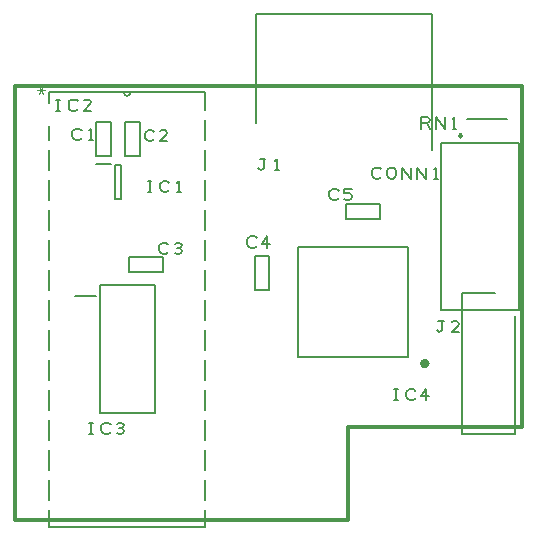
<source format=gto>
G04 DesignSpark PCB Gerber Version 11.0 Build 5877*
%FSLAX35Y35*%
%MOIN*%
%ADD101C,0.00300*%
%ADD28C,0.00500*%
%ADD100C,0.00600*%
%ADD102C,0.00787*%
%ADD15C,0.00800*%
%ADD104C,0.00984*%
%ADD10C,0.01200*%
%ADD103C,0.01575*%
X0Y0D02*
D02*
D10*
X2937Y2652D02*
X114222D01*
Y33756D01*
X172053D01*
Y147229D01*
X2937D01*
Y2652D01*
D02*
D15*
X145141Y128252D02*
Y72752D01*
X171141D01*
Y128252D01*
X145141D01*
D02*
D28*
X16847Y139101D02*
X18097D01*
X17472D02*
Y142851D01*
X16847D02*
X18097D01*
X24035Y139726D02*
X23722Y139414D01*
X23097Y139101D01*
X22160D01*
X21535Y139414D01*
X21222Y139726D01*
X20910Y140351D01*
Y141601D01*
X21222Y142226D01*
X21535Y142539D01*
X22160Y142851D01*
X23097D01*
X23722Y142539D01*
X24035Y142226D01*
X28410Y139101D02*
X25910D01*
X28097Y141289D01*
X28410Y141914D01*
X28097Y142539D01*
X27472Y142851D01*
X26535D01*
X25910Y142539D01*
X25287Y130036D02*
X24974Y129723D01*
X24349Y129411D01*
X23412D01*
X22787Y129723D01*
X22474Y130036D01*
X22162Y130661D01*
Y131911D01*
X22474Y132536D01*
X22787Y132848D01*
X23412Y133161D01*
X24349D01*
X24974Y132848D01*
X25287Y132536D01*
X27787Y129411D02*
X29037D01*
X28412D02*
Y133161D01*
X27787Y132536D01*
X27788Y31411D02*
X29038D01*
X28413D02*
Y35161D01*
X27788D02*
X29038D01*
X34976Y32036D02*
X34663Y31724D01*
X34038Y31411D01*
X33101D01*
X32476Y31724D01*
X32163Y32036D01*
X31851Y32661D01*
Y33911D01*
X32163Y34536D01*
X32476Y34849D01*
X33101Y35161D01*
X34038D01*
X34663Y34849D01*
X34976Y34536D01*
X37163Y31724D02*
X37788Y31411D01*
X38413D01*
X39038Y31724D01*
X39351Y32349D01*
X39038Y32974D01*
X38413Y33286D01*
X37788D01*
X38413D02*
X39038Y33599D01*
X39351Y34224D01*
X39038Y34849D01*
X38413Y35161D01*
X37788D01*
X37163Y34849D01*
X35018Y124136D02*
X30193D01*
Y135503D01*
X35018D01*
Y124136D01*
X44708D02*
X39884D01*
Y135503D01*
X44708D01*
Y124136D01*
X47326Y112061D02*
X48576D01*
X47951D02*
Y115811D01*
X47326D02*
X48576D01*
X54513Y112687D02*
X54201Y112374D01*
X53576Y112061D01*
X52638D01*
X52013Y112374D01*
X51701Y112687D01*
X51388Y113311D01*
Y114561D01*
X51701Y115187D01*
X52013Y115499D01*
X52638Y115811D01*
X53576D01*
X54201Y115499D01*
X54513Y115187D01*
X57013Y112061D02*
X58263D01*
X57638D02*
Y115811D01*
X57013Y115187D01*
X49513Y129567D02*
X49201Y129254D01*
X48576Y128942D01*
X47638D01*
X47013Y129254D01*
X46701Y129567D01*
X46388Y130192D01*
Y131442D01*
X46701Y132067D01*
X47013Y132380D01*
X47638Y132692D01*
X48576D01*
X49201Y132380D01*
X49513Y132067D01*
X53888Y128942D02*
X51388D01*
X53576Y131130D01*
X53888Y131754D01*
X53576Y132380D01*
X52951Y132692D01*
X52013D01*
X51388Y132380D01*
X54202Y92055D02*
X53890Y91743D01*
X53265Y91430D01*
X52327D01*
X51702Y91743D01*
X51390Y92055D01*
X51077Y92680D01*
Y93930D01*
X51390Y94555D01*
X51702Y94868D01*
X52327Y95180D01*
X53265D01*
X53890Y94868D01*
X54202Y94555D01*
X56390Y91743D02*
X57015Y91430D01*
X57640D01*
X58265Y91743D01*
X58577Y92368D01*
X58265Y92993D01*
X57640Y93305D01*
X57015D01*
X57640D02*
X58265Y93618D01*
X58577Y94243D01*
X58265Y94868D01*
X57640Y95180D01*
X57015D01*
X56390Y94868D01*
X52288Y90219D02*
Y85395D01*
X40921D01*
Y90219D01*
X52288D01*
X83588Y94143D02*
X83276Y93831D01*
X82650Y93518D01*
X81713D01*
X81088Y93831D01*
X80776Y94143D01*
X80463Y94768D01*
Y96018D01*
X80776Y96643D01*
X81088Y96956D01*
X81713Y97268D01*
X82650D01*
X83276Y96956D01*
X83588Y96643D01*
X87026Y93518D02*
Y97268D01*
X85463Y94768D01*
X87963D01*
X83079Y90766D02*
X87904D01*
Y79399D01*
X83079D01*
Y90766D01*
X84056Y120033D02*
X84369Y119720D01*
X84994Y119407D01*
X85619Y119720D01*
X85931Y120033D01*
Y123157D01*
X86556D01*
X85931D02*
X84681D01*
X89681Y119407D02*
X90931D01*
X90306D02*
Y123157D01*
X89681Y122533D01*
X110939Y110030D02*
X110626Y109717D01*
X110001Y109404D01*
X109064D01*
X108439Y109717D01*
X108126Y110030D01*
X107814Y110654D01*
Y111904D01*
X108126Y112530D01*
X108439Y112842D01*
X109064Y113154D01*
X110001D01*
X110626Y112842D01*
X110939Y112530D01*
X112814Y109717D02*
X113439Y109404D01*
X114376D01*
X115001Y109717D01*
X115314Y110342D01*
Y110654D01*
X115001Y111280D01*
X114376Y111592D01*
X112814D01*
Y113154D01*
X115314D01*
X113324Y103113D02*
Y107938D01*
X124691D01*
Y103113D01*
X113324D01*
X125162Y117063D02*
X124850Y116750D01*
X124224Y116438D01*
X123287D01*
X122662Y116750D01*
X122350Y117063D01*
X122037Y117688D01*
Y118938D01*
X122350Y119563D01*
X122662Y119876D01*
X123287Y120188D01*
X124224D01*
X124850Y119876D01*
X125162Y119563D01*
X127037Y117688D02*
Y118938D01*
X127350Y119563D01*
X127662Y119876D01*
X128287Y120188D01*
X128912D01*
X129537Y119876D01*
X129850Y119563D01*
X130162Y118938D01*
Y117688D01*
X129850Y117063D01*
X129537Y116750D01*
X128912Y116438D01*
X128287D01*
X127662Y116750D01*
X127350Y117063D01*
X127037Y117688D01*
X132037Y116438D02*
Y120188D01*
X135162Y116438D01*
Y120188D01*
X137037Y116438D02*
Y120188D01*
X140162Y116438D01*
Y120188D01*
X142662Y116438D02*
X143912D01*
X143287D02*
Y120188D01*
X142662Y119563D01*
X129383Y42665D02*
X130633D01*
X130008D02*
Y46415D01*
X129383D02*
X130633D01*
X136570Y43290D02*
X136258Y42977D01*
X135633Y42665D01*
X134695D01*
X134070Y42977D01*
X133758Y43290D01*
X133445Y43915D01*
Y45165D01*
X133758Y45790D01*
X134070Y46102D01*
X134695Y46415D01*
X135633D01*
X136258Y46102D01*
X136570Y45790D01*
X140008Y42665D02*
Y46415D01*
X138445Y43915D01*
X140945D01*
X138292Y133162D02*
Y136912D01*
X140480D01*
X141105Y136600D01*
X141417Y135974D01*
X141105Y135350D01*
X140480Y135037D01*
X138292D01*
X140480D02*
X141417Y133162D01*
X143292D02*
Y136912D01*
X146417Y133162D01*
Y136912D01*
X148917Y133162D02*
X150167D01*
X149542D02*
Y136912D01*
X148917Y136287D01*
X143606Y65953D02*
X143919Y65641D01*
X144544Y65328D01*
X145169Y65641D01*
X145481Y65953D01*
Y69078D01*
X146106D01*
X145481D02*
X144231D01*
X151106Y65328D02*
X148606D01*
X150794Y67516D01*
X151106Y68141D01*
X150794Y68766D01*
X150169Y69078D01*
X149231D01*
X148606Y68766D01*
D02*
D100*
X14500Y16195D02*
Y9405D01*
Y26195D02*
Y19405D01*
Y36195D02*
Y29405D01*
Y46195D02*
Y39405D01*
Y56195D02*
Y49405D01*
Y66195D02*
Y59405D01*
Y76195D02*
Y69405D01*
Y86195D02*
Y79405D01*
Y96195D02*
Y89405D01*
Y106195D02*
Y99405D01*
Y116195D02*
Y109405D01*
Y126195D02*
Y119405D01*
Y133954D02*
Y129405D01*
Y141646D02*
Y145300D01*
X66500D01*
Y139405D01*
X39300Y145300D02*
G75*
G03*
X41700I1200J0D01*
G01*
X66500Y6195D02*
Y300D01*
X14500D01*
Y6195D01*
X66500Y9405D02*
Y16195D01*
Y19405D02*
Y26195D01*
Y29405D02*
Y36195D01*
Y39405D02*
Y46195D01*
Y49405D02*
Y56195D01*
Y59405D02*
Y66195D01*
Y69405D02*
Y76195D01*
Y79405D02*
Y86195D01*
Y89405D02*
Y96195D01*
Y99405D02*
Y106195D01*
Y109405D02*
Y116195D01*
Y119405D02*
Y126195D01*
Y129405D02*
Y136195D01*
D02*
D101*
X10500Y145987D02*
X13000D01*
X11125Y144737D02*
X12375Y147237D01*
X11125D02*
X12375Y144737D01*
D02*
D102*
X23184Y77457D02*
X30172D01*
X30097Y121305D02*
X35019D01*
X31550Y80961D02*
X49660D01*
Y38442D01*
X31550D01*
Y80961D01*
X36396Y121045D02*
X38562D01*
Y109643D01*
X36396D01*
Y121045D01*
X83490Y135195D02*
Y171415D01*
X142152D01*
Y126140D01*
X134092Y57024D02*
X97478D01*
Y93639D01*
X134092D01*
Y57024D01*
X167023Y136288D02*
X153637D01*
X169680Y70643D02*
Y31469D01*
X151964D01*
Y78320D01*
X162987D01*
D02*
D103*
X138915Y54859D02*
G75*
G02*
X140490I787J0D01*
G01*
X138915D02*
G75*
G02*
X140490I787J0D01*
G01*
G75*
G02*
X138915I-787J0D01*
G01*
D02*
D104*
X151570Y131269D02*
G75*
G02*
Y130284I0J-492D01*
G01*
Y131269D02*
G75*
G02*
Y130284I0J-492D01*
G01*
G75*
G02*
Y131269I0J492D01*
G01*
X0Y0D02*
M02*

</source>
